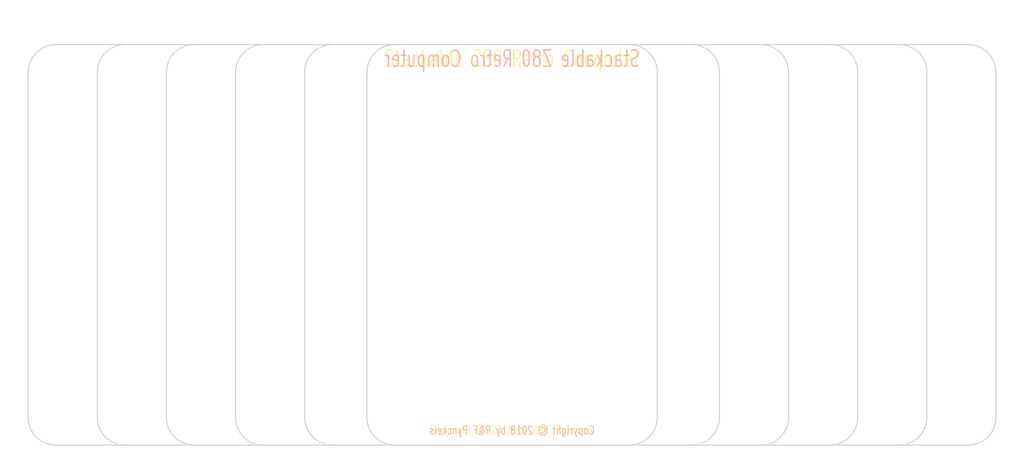
<source format=kicad_pcb>
(kicad_pcb (version 20171130) (host pcbnew "(5.0.1)-4")

  (general
    (thickness 1.6)
    (drawings 72)
    (tracks 0)
    (zones 0)
    (modules 0)
    (nets 1)
  )

  (page USLetter)
  (title_block
    (title "S80 - Stackable Z80")
    (date 2019-08-09)
    (rev 1.0)
    (comment 1 "Adaptation for the RetroZ project (c) 2019 by J.P. Gravel")
    (comment 2 "Original Design (c) 2018 by R&F Pynckels")
  )

  (layers
    (0 F.Cu signal)
    (31 B.Cu signal)
    (34 B.Paste user)
    (35 F.Paste user)
    (36 B.SilkS user)
    (37 F.SilkS user)
    (38 B.Mask user)
    (39 F.Mask user)
    (40 Dwgs.User user)
    (44 Edge.Cuts user)
    (45 Margin user)
    (46 B.CrtYd user)
    (47 F.CrtYd user)
    (48 B.Fab user)
    (49 F.Fab user)
  )

  (setup
    (last_trace_width 0.1524)
    (user_trace_width 0.254)
    (user_trace_width 0.254)
    (user_trace_width 0.254)
    (user_trace_width 0.254)
    (user_trace_width 0.254)
    (user_trace_width 0.254)
    (user_trace_width 0.254)
    (user_trace_width 0.254)
    (user_trace_width 0.254)
    (user_trace_width 0.254)
    (user_trace_width 0.254)
    (user_trace_width 0.254)
    (user_trace_width 0.254)
    (user_trace_width 0.254)
    (user_trace_width 0.254)
    (user_trace_width 0.254)
    (user_trace_width 0.254)
    (user_trace_width 0.254)
    (user_trace_width 0.254)
    (user_trace_width 0.254)
    (user_trace_width 0.254)
    (user_trace_width 0.254)
    (user_trace_width 0.254)
    (user_trace_width 0.254)
    (user_trace_width 0.254)
    (user_trace_width 0.254)
    (user_trace_width 0.254)
    (user_trace_width 0.254)
    (user_trace_width 0.254)
    (user_trace_width 0.254)
    (user_trace_width 0.254)
    (user_trace_width 0.254)
    (user_trace_width 0.254)
    (user_trace_width 0.254)
    (user_trace_width 0.254)
    (user_trace_width 0.254)
    (user_trace_width 0.254)
    (user_trace_width 0.254)
    (user_trace_width 0.254)
    (user_trace_width 0.254)
    (user_trace_width 0.254)
    (user_trace_width 0.254)
    (user_trace_width 0.254)
    (user_trace_width 0.254)
    (user_trace_width 0.254)
    (user_trace_width 0.254)
    (trace_clearance 0.1524)
    (zone_clearance 0.1524)
    (zone_45_only yes)
    (trace_min 0.1524)
    (segment_width 0.2)
    (edge_width 0.2)
    (via_size 0.6858)
    (via_drill 0.3302)
    (via_min_size 0.508)
    (via_min_drill 0.254)
    (uvia_size 0.6858)
    (uvia_drill 0.3302)
    (uvias_allowed no)
    (uvia_min_size 0.2)
    (uvia_min_drill 0.1)
    (pcb_text_width 0.3)
    (pcb_text_size 1.5 1.5)
    (mod_edge_width 0.15)
    (mod_text_size 1 1)
    (mod_text_width 0.15)
    (pad_size 1.7 1.7)
    (pad_drill 1)
    (pad_to_mask_clearance 0.0508)
    (solder_mask_min_width 0.25)
    (aux_axis_origin 0 0)
    (visible_elements 7FFFF77F)
    (pcbplotparams
      (layerselection 0x010f0_ffffffff)
      (usegerberextensions true)
      (usegerberattributes true)
      (usegerberadvancedattributes false)
      (creategerberjobfile false)
      (excludeedgelayer true)
      (linewidth 0.150000)
      (plotframeref false)
      (viasonmask false)
      (mode 1)
      (useauxorigin false)
      (hpglpennumber 1)
      (hpglpenspeed 20)
      (hpglpendiameter 15.000000)
      (psnegative false)
      (psa4output false)
      (plotreference true)
      (plotvalue true)
      (plotinvisibletext false)
      (padsonsilk false)
      (subtractmaskfromsilk false)
      (outputformat 1)
      (mirror false)
      (drillshape 0)
      (scaleselection 1)
      (outputdirectory "../../Gerbers/S80 Serial/"))
  )

  (net 0 "")

  (net_class Default "This is the default net class."
    (clearance 0.1524)
    (trace_width 0.1524)
    (via_dia 0.6858)
    (via_drill 0.3302)
    (uvia_dia 0.6858)
    (uvia_drill 0.3302)
    (diff_pair_gap 0.254)
    (diff_pair_width 0.254)
  )

  (gr_line (start 195.58 66.04) (end 182.88 66.04) (layer Edge.Cuts) (width 0.2))
  (gr_line (start 208.28 66.04) (end 195.58 66.04) (layer Edge.Cuts) (width 0.2))
  (gr_line (start 220.98 66.04) (end 208.28 66.04) (layer Edge.Cuts) (width 0.2))
  (gr_line (start 233.68 66.04) (end 220.98 66.04) (layer Edge.Cuts) (width 0.2))
  (gr_line (start 171.45 66.04) (end 182.88 66.04) (layer Edge.Cuts) (width 0.2))
  (gr_line (start 116.84 66.04) (end 128.27 66.04) (layer Edge.Cuts) (width 0.2))
  (gr_line (start 104.14 66.04) (end 116.84 66.04) (layer Edge.Cuts) (width 0.2))
  (gr_line (start 91.44 66.04) (end 104.14 66.04) (layer Edge.Cuts) (width 0.2))
  (gr_line (start 78.74 66.04) (end 91.44 66.04) (layer Edge.Cuts) (width 0.2))
  (gr_line (start 66.04 66.04) (end 78.74 66.04) (layer Edge.Cuts) (width 0.2))
  (gr_line (start 116.84 139.7) (end 128.27 139.7) (layer Edge.Cuts) (width 0.2))
  (gr_line (start 104.14 139.7) (end 116.84 139.7) (layer Edge.Cuts) (width 0.2))
  (gr_line (start 91.44 139.7) (end 104.14 139.7) (layer Edge.Cuts) (width 0.2))
  (gr_line (start 78.74 139.7) (end 91.44 139.7) (layer Edge.Cuts) (width 0.2))
  (gr_line (start 66.04 139.7) (end 78.74 139.7) (layer Edge.Cuts) (width 0.2))
  (gr_line (start 182.88 139.7) (end 171.45 139.7) (layer Edge.Cuts) (width 0.2))
  (gr_line (start 195.58 139.7) (end 182.88 139.7) (layer Edge.Cuts) (width 0.2))
  (gr_line (start 208.28 139.7) (end 195.58 139.7) (layer Edge.Cuts) (width 0.2))
  (gr_line (start 220.98 139.7) (end 208.28 139.7) (layer Edge.Cuts) (width 0.2))
  (gr_line (start 233.68 139.7) (end 220.98 139.7) (layer Edge.Cuts) (width 0.2))
  (gr_line (start 59.69 102.87) (end 55.88 102.87) (layer Dwgs.User) (width 0.2) (tstamp 5BEBE9FB))
  (gr_text "Copyright © 2018 by R&F Pynckels" (at 149.82952 136.97712) (layer B.SilkS) (tstamp 5BEBECBC)
    (effects (font (size 1.5 1.1) (thickness 0.15)) (justify mirror))
  )
  (gr_text "Stackable Z80 Retro Computer" (at 149.86 68.6402) (layer B.SilkS) (tstamp 5BEBECB9)
    (effects (font (size 3 2) (thickness 0.25)) (justify mirror))
  )
  (gr_text "Copyright © 2018 by R&F Pynckels" (at 149.82952 136.97712) (layer F.SilkS) (tstamp 5BEBECAD)
    (effects (font (size 1.5 1.1) (thickness 0.15)))
  )
  (gr_text "Stackable Z80 Retro Computer" (at 149.86 68.6402) (layer F.SilkS) (tstamp 5BEBECB6)
    (effects (font (size 3 2) (thickness 0.25)))
  )
  (gr_line (start 171.45 66.04) (end 128.27 66.04) (layer Edge.Cuts) (width 0.2) (tstamp 5BEBED25))
  (gr_line (start 171.45 139.7) (end 128.27 139.7) (layer Edge.Cuts) (width 0.2) (tstamp 5BEBED4C))
  (gr_arc (start 66.04 134.62) (end 60.96 134.62) (angle -90) (layer Edge.Cuts) (width 0.2) (tstamp 5BEBED52))
  (gr_arc (start 66.04 71.12) (end 66.04 66.04) (angle -90) (layer Edge.Cuts) (width 0.2) (tstamp 5BEBED3A))
  (gr_line (start 60.96 71.12) (end 60.96 134.62) (layer Edge.Cuts) (width 0.2) (tstamp 5BEBED43))
  (gr_arc (start 233.68 134.62) (end 233.68 139.7) (angle -90) (layer Edge.Cuts) (width 0.2) (tstamp 5BEBED37))
  (gr_line (start 238.76 71.12) (end 238.76 134.62) (layer Edge.Cuts) (width 0.2) (tstamp 5BEBED31))
  (gr_arc (start 233.68 71.12) (end 238.76 71.12) (angle -90) (layer Edge.Cuts) (width 0.2) (tstamp 5BEBED2B))
  (gr_line (start 213.36 71.12) (end 213.36 134.62) (layer Edge.Cuts) (width 0.2) (tstamp 5BEBEA7C))
  (gr_line (start 200.66 71.12) (end 200.66 134.62) (layer Edge.Cuts) (width 0.2) (tstamp 5BEBEAD3))
  (gr_line (start 187.96 71.12) (end 187.96 134.62) (layer Edge.Cuts) (width 0.2) (tstamp 5BEBEAD0))
  (gr_line (start 176.53 71.12) (end 176.53 134.62) (layer Edge.Cuts) (width 0.2) (tstamp 5BEBEA79))
  (gr_line (start 123.19 71.12) (end 123.19 134.62) (layer Edge.Cuts) (width 0.2) (tstamp 5BEBEAB2))
  (gr_line (start 111.76 71.12) (end 111.76 134.62) (layer Edge.Cuts) (width 0.2) (tstamp 5BEBEAC7))
  (gr_line (start 99.06 71.12) (end 99.06 134.62) (layer Edge.Cuts) (width 0.2) (tstamp 5BEBEAAF))
  (gr_line (start 86.36 71.12) (end 86.36 134.62) (layer Edge.Cuts) (width 0.2) (tstamp 5BEBEAAC))
  (gr_arc (start 171.45 71.12) (end 176.53 71.12) (angle -90) (layer Edge.Cuts) (width 0.2) (tstamp 5BEBEAA0))
  (gr_arc (start 182.88 71.12) (end 187.96 71.12) (angle -90) (layer Edge.Cuts) (width 0.2) (tstamp 5BEBEA9D))
  (gr_arc (start 195.58 71.12) (end 200.66 71.12) (angle -90) (layer Edge.Cuts) (width 0.2) (tstamp 5BEBEA52))
  (gr_arc (start 195.58 134.62) (end 195.58 139.7) (angle -90) (layer Edge.Cuts) (width 0.2) (tstamp 5BEBEA70))
  (gr_arc (start 182.88 134.62) (end 182.88 139.7) (angle -90) (layer Edge.Cuts) (width 0.2) (tstamp 5BEBEA34))
  (gr_arc (start 171.45 134.62) (end 171.45 139.7) (angle -90) (layer Edge.Cuts) (width 0.2) (tstamp 5BEBEA49))
  (gr_arc (start 128.27 134.62) (end 123.19 134.62) (angle -90) (layer Edge.Cuts) (width 0.2) (tstamp 5BEBEA5B))
  (gr_arc (start 116.84 134.62) (end 111.76 134.62) (angle -90) (layer Edge.Cuts) (width 0.2) (tstamp 5BEBEA40))
  (gr_arc (start 104.14 134.62) (end 99.06 134.62) (angle -90) (layer Edge.Cuts) (width 0.2) (tstamp 5BEBEA31))
  (gr_arc (start 128.27 71.12) (end 128.27 66.04) (angle -90) (layer Edge.Cuts) (width 0.2) (tstamp 5BEBEA2E))
  (gr_arc (start 116.84 71.12) (end 116.84 66.04) (angle -90) (layer Edge.Cuts) (width 0.2) (tstamp 5BEBEA4F))
  (gr_arc (start 91.44 71.12) (end 91.44 66.04) (angle -90) (layer Edge.Cuts) (width 0.2) (tstamp 5BEBEA3D))
  (gr_arc (start 104.14 71.12) (end 104.14 66.04) (angle -90) (layer Edge.Cuts) (width 0.2) (tstamp 5BEBEA3A))
  (gr_arc (start 208.28 71.12) (end 213.36 71.12) (angle -90) (layer Edge.Cuts) (width 0.2) (tstamp 5BEBEA6D))
  (gr_arc (start 208.28 134.62) (end 208.28 139.7) (angle -90) (layer Edge.Cuts) (width 0.2) (tstamp 5BEBEA6A))
  (gr_arc (start 91.44 134.62) (end 86.36 134.62) (angle -90) (layer Edge.Cuts) (width 0.2) (tstamp 5BEBEA61))
  (gr_line (start 73.66 71.12) (end 73.66 134.62) (layer Edge.Cuts) (width 0.2) (tstamp 5BEBEA4C))
  (gr_line (start 226.06 71.12) (end 226.06 134.62) (layer Edge.Cuts) (width 0.2) (tstamp 5BEBEA37))
  (gr_arc (start 220.98 134.62) (end 220.98 139.7) (angle -90) (layer Edge.Cuts) (width 0.2) (tstamp 5BEBEA67))
  (gr_arc (start 220.98 71.12) (end 226.06 71.12) (angle -90) (layer Edge.Cuts) (width 0.2) (tstamp 5BEBEA64))
  (gr_arc (start 78.74 71.12) (end 78.74 66.04) (angle -90) (layer Edge.Cuts) (width 0.2) (tstamp 5BEBEA46))
  (gr_arc (start 78.74 134.62) (end 73.66 134.62) (angle -90) (layer Edge.Cuts) (width 0.2) (tstamp 5BEBEA58))
  (gr_line (start 240.03 102.87) (end 243.84 102.87) (layer Dwgs.User) (width 0.2) (tstamp 5BEBE9EC))
  (gr_line (start 149.86 140.97) (end 149.86 144.78) (layer Dwgs.User) (width 0.2) (tstamp 5BEBE9CE))
  (gr_line (start 149.86 64.77) (end 149.86 63.5) (layer Dwgs.User) (width 0.2) (tstamp 5BEBE9CB))
  (gr_line (start 241.3 60.96) (end 241.3 142.24) (layer Dwgs.User) (width 0.2) (tstamp 5BEBE9C5))
  (gr_line (start 172.72 60.96) (end 241.3 60.96) (layer Dwgs.User) (width 0.2) (tstamp 5BEBE9C2))
  (gr_line (start 58.42 142.24) (end 58.42 60.96) (layer Dwgs.User) (width 0.2) (tstamp 5BEBE9D7))
  (gr_line (start 241.3 142.24) (end 58.42 142.24) (layer Dwgs.User) (width 0.2) (tstamp 5BEBE9E3))
  (gr_line (start 127.05842 60.95746) (end 58.42 60.96) (layer Dwgs.User) (width 0.2) (tstamp 5BEBE9BF))
  (gr_text "S80 Template" (at 149.86 60.96) (layer Dwgs.User) (tstamp 5B5A3486)
    (effects (font (size 3.81 3.81) (thickness 0.508)))
  )

)

</source>
